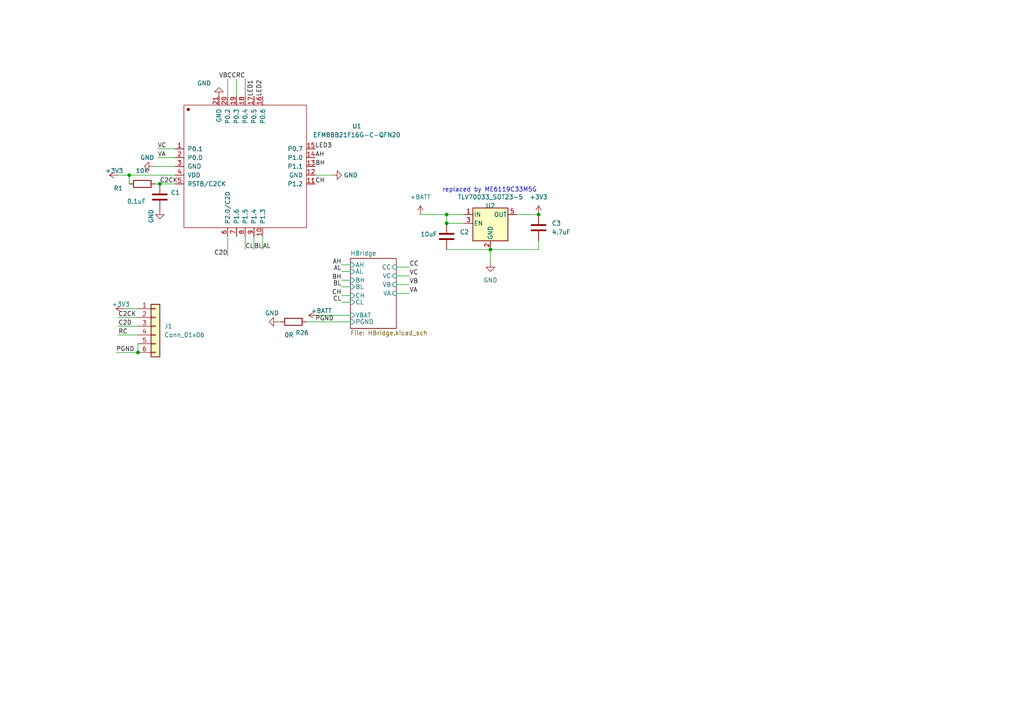
<source format=kicad_sch>
(kicad_sch (version 20211123) (generator eeschema)
  (paper "A4")
  (lib_symbols
    (symbol "Connector_Generic:Conn_01x06" (pin_names (offset 1.016) hide)
      (property "Reference" "J" (at 0 7.62 0))
      (property "Value" "Conn_01x06" (at 0 -10.16 0))
      (symbol "Conn_01x06_1_1"
        (rectangle (start -1.27 -7.493) (end 0 -7.747) (stroke (width 0.1524)))
        (rectangle (start -1.27 -4.953) (end 0 -5.207) (stroke (width 0.1524)))
        (rectangle (start -1.27 -2.413) (end 0 -2.667) (stroke (width 0.1524)))
        (rectangle (start -1.27 0.127) (end 0 -0.127) (stroke (width 0.1524)))
        (rectangle (start -1.27 2.667) (end 0 2.413) (stroke (width 0.1524)))
        (rectangle (start -1.27 5.207) (end 0 4.953) (stroke (width 0.1524)))
        (rectangle (start -1.27 6.35) (end 1.27 -8.89) (stroke (width 0.254)) (fill (type background)))
        (pin passive line (at -5.08 5.08 0) (length 3.81) (name "Pin_1") (number "1"))
        (pin passive line (at -5.08 2.54 0) (length 3.81) (name "Pin_2") (number "2"))
        (pin passive line (at -5.08 0 0) (length 3.81) (name "Pin_3") (number "3"))
        (pin passive line (at -5.08 -2.54 0) (length 3.81) (name "Pin_4") (number "4"))
        (pin passive line (at -5.08 -5.08 0) (length 3.81) (name "Pin_5") (number "5"))
        (pin passive line (at -5.08 -7.62 0) (length 3.81) (name "Pin_6") (number "6"))
      )
    )
    (symbol "Device:C" (pin_numbers hide) (pin_names (offset 0.254))
      (property "Reference" "C" (at 0.635 2.54 0))
      (property "Value" "C" (at 0.635 -2.54 0))
      (symbol "C_0_1"
        (polyline (pts (xy -2.032 -0.762) (xy 2.032 -0.762)) (stroke (width 0.508)))
        (polyline (pts (xy -2.032 0.762) (xy 2.032 0.762)) (stroke (width 0.508)))
      )
      (symbol "C_1_1"
        (pin passive line (at 0 3.81 270) (length 2.794) (name "~") (number "1"))
        (pin passive line (at 0 -3.81 90) (length 2.794) (name "~") (number "2"))
      )
    )
    (symbol "Device:R" (pin_numbers hide) (pin_names (offset 0))
      (property "Reference" "R" (at 2.032 0 90))
      (property "Value" "R" (at 0 0 90))
      (symbol "R_0_1"
        (rectangle (start -1.016 -2.54) (end 1.016 2.54) (stroke (width 0.254)))
      )
      (symbol "R_1_1"
        (pin passive line (at 0 3.81 270) (length 1.27) (name "~") (number "1"))
        (pin passive line (at 0 -3.81 90) (length 1.27) (name "~") (number "2"))
      )
    )
    (symbol "Regulator_Linear:TLV70033_SOT23-5" (pin_names (offset 0.254))
      (property "Reference" "U" (at -3.81 5.715 0))
      (property "Value" "TLV70033_SOT23-5" (at 0 5.715 0))
      (symbol "TLV70033_SOT23-5_0_1"
        (rectangle (start -5.08 4.445) (end 5.08 -5.08) (stroke (width 0.254)) (fill (type background)))
      )
      (symbol "TLV70033_SOT23-5_1_1"
        (pin power_in line (at -7.62 2.54 0) (length 2.54) (name "IN") (number "1"))
        (pin power_in line (at 0 -7.62 90) (length 2.54) (name "GND") (number "2"))
        (pin input line (at -7.62 0 0) (length 2.54) (name "EN") (number "3"))
        (pin no_connect line (at 5.08 0 180) (length 2.54) hide (name "NC") (number "4"))
        (pin power_out line (at 7.62 2.54 180) (length 2.54) (name "OUT") (number "5"))
      )
    )
    (symbol "ic:EFM8BB21F16G-C-QFN20" (pin_names (offset 1.016))
      (property "Reference" "U" (at 0 23.4696 0))
      (property "Value" "EFM8BB21F16G-C-QFN20" (at 0 28.5496 0))
      (symbol "EFM8BB21F16G-C-QFN20_1_1"
        (rectangle (start -17.78 17.78) (end 17.78 -17.78) (stroke (width 0.1524)))
        (circle (center -16.51 16.51) (radius 0.381) (stroke (width 0.1524)) (fill (type outline)))
        (pin input line (at -20.32 5.08 0) (length 2.54) (name "P0.1") (number "1"))
        (pin input line (at 5.08 -20.32 90) (length 2.54) (name "P1.3") (number "10"))
        (pin input line (at 20.32 -5.08 180) (length 2.54) (name "P1.2") (number "11"))
        (pin input line (at 20.32 -2.54 180) (length 2.54) (name "GND") (number "12"))
        (pin input line (at 20.32 0 180) (length 2.54) (name "P1.1") (number "13"))
        (pin input line (at 20.32 2.54 180) (length 2.54) (name "P1.0") (number "14"))
        (pin input line (at 20.32 5.08 180) (length 2.54) (name "P0.7") (number "15"))
        (pin input line (at 5.08 20.32 270) (length 2.54) (name "P0.6") (number "16"))
        (pin input line (at 2.54 20.32 270) (length 2.54) (name "P0.5") (number "17"))
        (pin input line (at 0 20.32 270) (length 2.54) (name "P0.4") (number "18"))
        (pin input line (at -2.54 20.32 270) (length 2.54) (name "P0.3") (number "19"))
        (pin input line (at -20.32 2.54 0) (length 2.54) (name "P0.0") (number "2"))
        (pin input line (at -5.08 20.32 270) (length 2.54) (name "P0.2") (number "20"))
        (pin input line (at -7.62 20.32 270) (length 2.54) (name "GND") (number "21"))
        (pin input line (at -20.32 0 0) (length 2.54) (name "GND") (number "3"))
        (pin input line (at -20.32 -2.54 0) (length 2.54) (name "VDD") (number "4"))
        (pin input line (at -20.32 -5.08 0) (length 2.54) (name "RSTB/C2CK") (number "5"))
        (pin input line (at -5.08 -20.32 90) (length 2.54) (name "P2.0/C2D") (number "6"))
        (pin input line (at -2.54 -20.32 90) (length 2.54) (name "P1.6") (number "7"))
        (pin input line (at 0 -20.32 90) (length 2.54) (name "P1.5") (number "8"))
        (pin input line (at 2.54 -20.32 90) (length 2.54) (name "P1.4") (number "9"))
      )
    )
    (symbol "power:+3V3" (power) (pin_names (offset 0))
      (property "Value" "+3V3" (at 0 3.556 0))
      (symbol "+3V3_0_1"
        (polyline (pts (xy -0.762 1.27) (xy 0 2.54)))
        (polyline (pts (xy 0 0) (xy 0 2.54)))
        (polyline (pts (xy 0 2.54) (xy 0.762 1.27)))
      )
      (symbol "+3V3_1_1"
        (pin power_in line (at 0 0 90) (length 0) hide (name "+3V3") (number "1"))
      )
    )
    (symbol "power:+BATT" (power) (pin_names (offset 0))
      (property "Value" "+BATT" (at 0 3.556 0))
      (symbol "+BATT_0_1"
        (polyline (pts (xy -0.762 1.27) (xy 0 2.54)))
        (polyline (pts (xy 0 0) (xy 0 2.54)))
        (polyline (pts (xy 0 2.54) (xy 0.762 1.27)))
      )
      (symbol "+BATT_1_1"
        (pin power_in line (at 0 0 90) (length 0) hide (name "+BATT") (number "1"))
      )
    )
    (symbol "power:GND" (power) (pin_names (offset 0))
      (property "Value" "GND" (at 0 -3.81 0))
      (symbol "GND_0_1"
        (polyline (pts (xy 0 0) (xy 0 -1.27) (xy 1.27 -1.27) (xy 0 -2.54) (xy -1.27 -1.27) (xy 0 -1.27)))
      )
      (symbol "GND_1_1"
        (pin power_in line (at 0 0 270) (length 0) hide (name "GND") (number "1"))
      )
    )
  )
  (junction (at 129.54 64.77))
  (junction (at 129.54 62.23))
  (junction (at 40.005 102.235))
  (junction (at 156.21 62.23))
  (junction (at 142.24 72.39))
  (junction (at 37.465 50.8))
  (junction (at 46.355 53.34))
  (wire (pts (xy 142.24 76.2) (xy 142.24 72.39)))
  (wire (pts (xy 156.21 72.39) (xy 142.24 72.39)))
  (wire (pts (xy 40.005 99.695) (xy 40.005 102.235)))
  (wire (pts (xy 34.29 50.8) (xy 37.465 50.8)))
  (wire (pts (xy 34.29 97.155) (xy 40.005 97.155)))
  (wire (pts (xy 99.06 78.74) (xy 101.6 78.74)))
  (wire (pts (xy 99.06 76.835) (xy 101.6 76.835)))
  (wire (pts (xy 129.54 64.77) (xy 129.54 62.23)))
  (wire (pts (xy 46.355 53.34) (xy 50.8 53.34)))
  (wire (pts (xy 129.54 72.39) (xy 142.24 72.39)))
  (wire (pts (xy 33.655 102.235) (xy 40.005 102.235)))
  (wire (pts (xy 129.54 62.23) (xy 134.62 62.23)))
  (wire (pts (xy 114.935 82.55) (xy 118.745 82.55)))
  (wire (pts (xy 73.66 72.39) (xy 73.66 68.58)))
  (wire (pts (xy 96.52 50.8) (xy 91.44 50.8)))
  (wire (pts (xy 114.935 85.09) (xy 118.745 85.09)))
  (wire (pts (xy 99.06 83.185) (xy 101.6 83.185)))
  (wire (pts (xy 99.06 81.28) (xy 101.6 81.28)))
  (wire (pts (xy 99.06 85.725) (xy 101.6 85.725)))
  (wire (pts (xy 99.06 87.63) (xy 101.6 87.63)))
  (wire (pts (xy 156.21 69.85) (xy 156.21 72.39)))
  (wire (pts (xy 45.085 53.34) (xy 46.355 53.34)))
  (wire (pts (xy 66.04 74.295) (xy 66.04 68.58)))
  (wire (pts (xy 36.195 89.535) (xy 40.005 89.535)))
  (wire (pts (xy 66.04 22.86) (xy 66.04 27.94)))
  (wire (pts (xy 45.72 43.18) (xy 50.8 43.18)))
  (wire (pts (xy 114.935 77.47) (xy 118.745 77.47)))
  (wire (pts (xy 37.465 50.8) (xy 37.465 53.34)))
  (wire (pts (xy 121.92 62.23) (xy 129.54 62.23)))
  (wire (pts (xy 44.45 48.26) (xy 50.8 48.26)))
  (wire (pts (xy 81.28 93.345) (xy 80.645 93.345)))
  (wire (pts (xy 34.29 94.615) (xy 40.005 94.615)))
  (wire (pts (xy 101.6 93.345) (xy 88.9 93.345)))
  (wire (pts (xy 92.075 91.44) (xy 101.6 91.44)))
  (wire (pts (xy 134.62 64.77) (xy 129.54 64.77)))
  (wire (pts (xy 68.58 22.86) (xy 68.58 27.94)))
  (wire (pts (xy 76.2 72.39) (xy 76.2 68.58)))
  (wire (pts (xy 71.12 72.39) (xy 71.12 68.58)))
  (wire (pts (xy 71.12 22.86) (xy 71.12 27.94)))
  (wire (pts (xy 37.465 50.8) (xy 50.8 50.8)))
  (wire (pts (xy 156.21 62.23) (xy 149.86 62.23)))
  (wire (pts (xy 114.935 80.01) (xy 118.745 80.01)))
  (wire (pts (xy 34.29 92.075) (xy 40.005 92.075)))
  (wire (pts (xy 45.72 45.72) (xy 50.8 45.72)))
  (text "replaced by ME6119C33M5G" (at 128.27 55.88 0) (effects (font (size 1.27 1.27)) (justify left bottom)))
  (label "CL" (at 99.06 87.63 180))
  (label "C2D" (at 66.04 74.295 180))
  (label "VA" (at 118.745 85.09 0))
  (label "BL" (at 73.66 72.39 0))
  (label "CL" (at 71.12 72.39 0))
  (label "BH" (at 91.44 48.26 0))
  (label "CC" (at 118.745 77.47 0))
  (label "C2D" (at 34.29 94.615 0))
  (label "BL" (at 99.06 83.185 180))
  (label "C2CK" (at 34.29 92.075 0))
  (label "AH" (at 99.06 76.835 180))
  (label "CH" (at 99.06 85.725 180))
  (label "VB" (at 66.04 22.86 180))
  (label "CC" (at 68.58 22.86 180))
  (label "LED2" (at 76.2 27.94 90))
  (label "VC" (at 45.72 43.18 0))
  (label "LED3" (at 91.44 43.18 0))
  (label "VC" (at 118.745 80.01 0))
  (label "PGND" (at 91.44 93.345 0))
  (label "PGND" (at 33.655 102.235 0))
  (label "AH" (at 91.44 45.72 0))
  (label "CH" (at 91.44 53.34 0))
  (label "RC" (at 71.12 22.86 180))
  (label "VA" (at 45.72 45.72 0))
  (label "RC" (at 34.29 97.155 0))
  (label "AL" (at 76.2 72.39 0))
  (label "LED1" (at 73.66 27.94 90))
  (label "C2CK" (at 46.355 53.34 0))
  (label "VB" (at 118.745 82.55 0))
  (label "AL" (at 99.06 78.74 180))
  (label "BH" (at 99.06 81.28 180))
  (symbol (lib_id "Device:R") (at 41.275 53.34 90) (unit 1)
    (property "Reference" "R1" (at 34.29 54.61 90))
    (property "Value" "10K" (at 41.275 49.53 90))
    (property "Footprint" "Resistor_SMD:R_0402_1005Metric" (effects hide))
  )
  (symbol (lib_id "Device:C") (at 156.21 66.04 0) (unit 1)
    (property "Reference" "C3" (at 160.02 64.7699 0) (effects (justify left)))
    (property "Value" "4.7uF" (at 160.02 67.3099 0) (effects (justify left)))
    (property "Footprint" "Capacitor_SMD:C_0402_1005Metric" (effects hide))
  )
  (symbol (lib_id "ic:EFM8BB21F16G-C-QFN20") (at 71.12 48.26 0) (unit 1)
    (property "Reference" "U1" (at 103.505 36.6012 0))
    (property "Value" "EFM8BB21F16G-C-QFN20" (at 103.505 39.1412 0))
    (property "Footprint" "Package_DFN_QFN:SiliconLabs_QFN-20-1EP_3x3mm_P0.5mm_EP1.8x1.8mm" (effects hide))
    (property "Datasheet" "http://www.szlcsc.com/product/details_81863.html" (effects hide))
    (property "SuppliersPartNumber" "C80713" (effects hide))
    (property "uuid" "std:fa929e0c3ff76fdf768c05b2ced645bc" (effects hide))
  )
  (symbol (lib_id "power:+3V3") (at 36.195 89.535 90) (unit 1)
    (property "Reference" "#PWR03" (effects hide))
    (property "Value" "+3V3" (at 32.385 88.265 90) (effects (justify right)))
  )
  (symbol (lib_id "power:+BATT") (at 92.075 91.44 90) (unit 1)
    (property "Reference" "#PWR09" (effects hide))
    (property "Value" "+BATT" (at 90.17 90.17 90) (effects (justify right)))
  )
  (symbol (lib_id "power:GND") (at 44.45 48.26 270) (unit 1)
    (property "Reference" "#PWR04" (effects hide))
    (property "Value" "GND" (at 40.64 45.72 90) (effects (justify left)))
  )
  (symbol (lib_id "power:GND") (at 142.24 76.2 0) (unit 1)
    (property "Reference" "#PWR012" (effects hide))
    (property "Value" "GND" (at 142.24 81.28 0))
  )
  (symbol (lib_id "Connector_Generic:Conn_01x06") (at 45.085 94.615 0) (unit 1)
    (property "Reference" "J1" (at 47.625 94.6149 0) (effects (justify left)))
    (property "Value" "Conn_01x06" (at 47.625 97.1549 0) (effects (justify left)))
    (property "Footprint" "Connector_PinHeader_2.54mm:PinHeader_1x06_P2.54mm_Vertical" (effects hide))
  )
  (symbol (lib_id "power:GND") (at 96.52 50.8 90) (unit 1)
    (property "Reference" "#PWR010" (effects hide))
    (property "Value" "GND" (at 99.695 50.7999 90) (effects (justify right)))
  )
  (symbol (lib_id "power:GND") (at 63.5 27.94 180) (unit 1)
    (property "Reference" "#PWR06" (effects hide))
    (property "Value" "GND" (at 57.15 24.13 0) (effects (justify right)))
  )
  (symbol (lib_id "Regulator_Linear:TLV70033_SOT23-5") (at 142.24 64.77 0) (unit 1)
    (property "Reference" "U2" (at 142.24 59.69 0))
    (property "Value" "TLV70033_SOT23-5" (at 142.24 57.15 0))
    (property "Footprint" "Package_TO_SOT_SMD:SOT-23-5" (effects hide))
    (property "Datasheet" "http://www.ti.com/lit/ds/symlink/tlv700.pdf" (effects hide))
  )
  (symbol (lib_id "Device:R") (at 85.09 93.345 90) (unit 1)
    (property "Reference" "R26" (at 87.63 96.52 90))
    (property "Value" "0R" (at 83.82 97.155 90))
    (property "Footprint" "Resistor_SMD:R_0402_1005Metric" (effects hide))
  )
  (symbol (lib_id "power:+3V3") (at 34.29 50.8 90) (unit 1)
    (property "Reference" "#PWR01" (effects hide))
    (property "Value" "+3V3" (at 30.48 49.53 90) (effects (justify right)))
  )
  (symbol (lib_id "power:GND") (at 46.355 60.96 0) (unit 1)
    (property "Reference" "#PWR05" (effects hide))
    (property "Value" "GND" (at 43.815 64.77 90) (effects (justify left)))
  )
  (symbol (lib_id "power:+BATT") (at 121.92 62.23 0) (unit 1)
    (property "Reference" "#PWR011" (effects hide))
    (property "Value" "+BATT" (at 121.92 57.15 0))
  )
  (symbol (lib_id "Device:C") (at 46.355 57.15 0) (unit 1)
    (property "Reference" "C1" (at 49.53 55.8799 0) (effects (justify left)))
    (property "Value" "0.1uF" (at 36.83 58.42 0) (effects (justify left)))
    (property "Footprint" "Capacitor_SMD:C_0402_1005Metric" (effects hide))
  )
  (symbol (lib_id "power:GND") (at 80.645 93.345 270) (unit 1)
    (property "Reference" "#PWR014" (effects hide))
    (property "Value" "GND" (at 76.835 90.805 90) (effects (justify left)))
  )
  (symbol (lib_id "Device:C") (at 129.54 68.58 0) (unit 1)
    (property "Reference" "C2" (at 133.35 67.3099 0) (effects (justify left)))
    (property "Value" "10uF" (at 121.92 67.945 0) (effects (justify left)))
    (property "Footprint" "Capacitor_SMD:C_0805_2012Metric" (effects hide))
  )
  (symbol (lib_id "power:+3V3") (at 156.21 62.23 0) (unit 1)
    (property "Reference" "#PWR013" (effects hide))
    (property "Value" "+3V3" (at 156.21 57.15 0))
  )
  (sheet (at 101.6 74.93) (size 13.335 20.32) (stroke (width 0.1524))
    (property "Sheet name" "HBridge" (at 101.6 74.2184 0) (effects (justify left bottom)))
    (property "Sheet file" "HBridge.kicad_sch" (at 101.6 95.8346 0) (effects (justify left top)))
    (pin "BL" input (at 101.6 83.185 180))
    (pin "AH" input (at 101.6 76.835 180))
    (pin "VBAT" input (at 101.6 91.44 180))
    (pin "CL" input (at 101.6 87.63 180))
    (pin "PGND" input (at 101.6 93.345 180))
    (pin "AL" input (at 101.6 78.74 180))
    (pin "BH" input (at 101.6 81.28 180))
    (pin "CH" input (at 101.6 85.725 180))
    (pin "CC" input (at 114.935 77.47 0))
    (pin "VC" input (at 114.935 80.01 0))
    (pin "VA" input (at 114.935 85.09 0))
    (pin "VB" input (at 114.935 82.55 0))
  )
)
</source>
